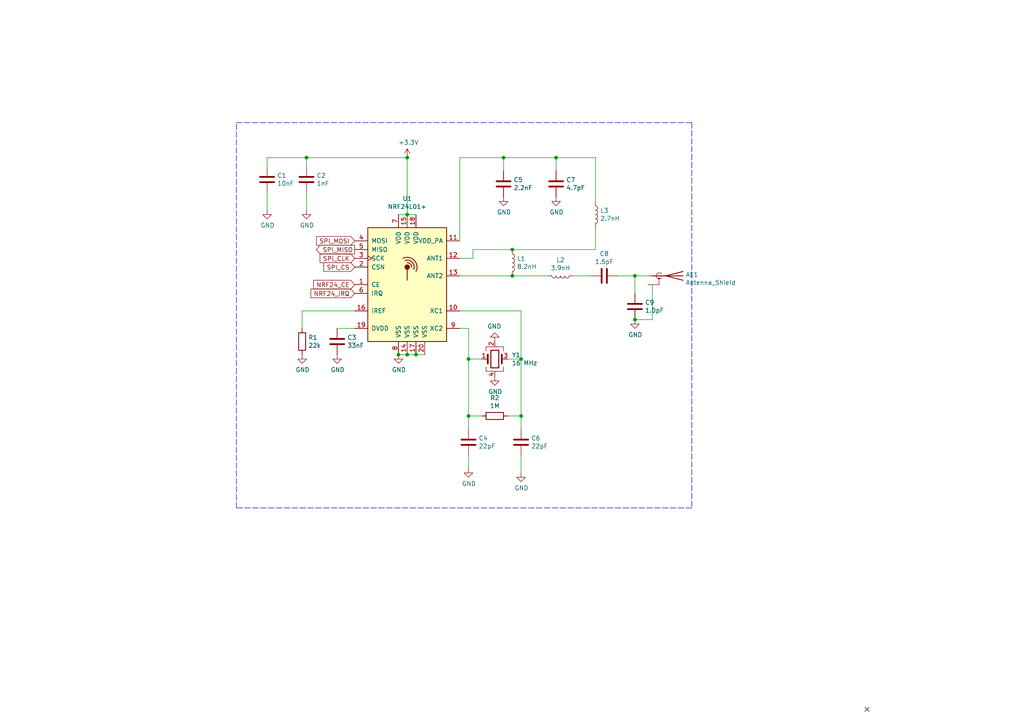
<source format=kicad_sch>
(kicad_sch (version 20211123) (generator eeschema)
  (paper "A4")
  (title_block (title "NRF2401+") (date "2021-07-07") (rev "1") (company "Miguel Lorenzo") (comment 1 "Primer intento en desarrollar una pcb") (comment 2 "https://datasheet.lcsc.com/szlcsc/Nordic-Semicon-NRF24L01P-R_C8791.pdf"))
  (lib_symbols
    (symbol "Connector:Conn_01x03_Female" (pin_names (offset 1.016) hide)
      (property "Reference" "J" (at 0 5.08 0))
      (property "Value" "Conn_01x03_Female" (at 0 -5.08 0))
      (symbol "Conn_01x03_Female_1_1"
        (pin passive line (at -5.08 2.54 0) (length 3.81) (name "Pin_1") (number "1"))
        (pin passive line (at -5.08 0 0) (length 3.81) (name "Pin_2") (number "2"))
        (pin passive line (at -5.08 -2.54 0) (length 3.81) (name "Pin_3") (number "3"))
      )
    )
    (symbol "Connector:Conn_01x04_Female" (pin_names (offset 1.016) hide)
      (property "Reference" "J" (at 0 5.08 0))
      (property "Value" "Conn_01x04_Female" (at 0 -7.62 0))
      (symbol "Conn_01x04_Female_1_1"
        (pin passive line (at -5.08 2.54 0) (length 3.81) (name "Pin_1") (number "1"))
        (pin passive line (at -5.08 0 0) (length 3.81) (name "Pin_2") (number "2"))
        (pin passive line (at -5.08 -2.54 0) (length 3.81) (name "Pin_3") (number "3"))
        (pin passive line (at -5.08 -5.08 0) (length 3.81) (name "Pin_4") (number "4"))
      )
    )
    (symbol "Connector:USB_B_Micro" (pin_names (offset 1.016))
      (property "Reference" "J" (at -5.08 11.43 0))
      (property "Value" "USB_B_Micro" (at -5.08 8.89 0))
      (symbol "USB_B_Micro_1_1"
        (pin power_out line (at 7.62 5.08 180) (length 2.54) (name "VBUS") (number "1"))
        (pin bidirectional line (at 7.62 -2.54 180) (length 2.54) (name "D-") (number "2"))
        (pin bidirectional line (at 7.62 0 180) (length 2.54) (name "D+") (number "3"))
        (pin passive line (at 7.62 -5.08 180) (length 2.54) (name "ID") (number "4"))
        (pin power_out line (at 0 -10.16 90) (length 2.54) (name "GND") (number "5"))
        (pin passive line (at -2.54 -10.16 90) (length 2.54) (name "Shield") (number "6"))
      )
    )
    (symbol "Connector_Generic:Conn_02x05_Odd_Even" (pin_names (offset 1.016) hide)
      (property "Reference" "J" (at 1.27 7.62 0))
      (property "Value" "Conn_02x05_Odd_Even" (at 1.27 -7.62 0))
      (symbol "Conn_02x05_Odd_Even_1_1"
        (pin passive line (at -5.08 5.08 0) (length 3.81) (name "Pin_1") (number "1"))
        (pin passive line (at 7.62 -5.08 180) (length 3.81) (name "Pin_10") (number "10"))
        (pin passive line (at 7.62 5.08 180) (length 3.81) (name "Pin_2") (number "2"))
        (pin passive line (at -5.08 2.54 0) (length 3.81) (name "Pin_3") (number "3"))
        (pin passive line (at 7.62 2.54 180) (length 3.81) (name "Pin_4") (number "4"))
        (pin passive line (at -5.08 0 0) (length 3.81) (name "Pin_5") (number "5"))
        (pin passive line (at 7.62 0 180) (length 3.81) (name "Pin_6") (number "6"))
        (pin passive line (at -5.08 -2.54 0) (length 3.81) (name "Pin_7") (number "7"))
        (pin passive line (at 7.62 -2.54 180) (length 3.81) (name "Pin_8") (number "8"))
        (pin passive line (at -5.08 -5.08 0) (length 3.81) (name "Pin_9") (number "9"))
      )
    )
    (symbol "Device:Antenna_Shield" (pin_numbers hide) (pin_names (offset 1.016) hide)
      (property "Reference" "AE" (at -1.905 4.445 0))
      (property "Value" "Antenna_Shield" (at -1.905 2.54 0))
      (symbol "Antenna_Shield_1_1"
        (pin input line (at 0 -5.08 90) (length 2.54) (name "A") (number "1"))
        (pin input line (at 2.54 -5.08 90) (length 2.54) (name "Shield") (number "2"))
      )
    )
    (symbol "Device:C" (pin_numbers hide) (pin_names (offset 0.254))
      (property "Reference" "C" (at 0.635 2.54 0))
      (property "Value" "C" (at 0.635 -2.54 0))
      (symbol "C_1_1"
        (pin passive line (at 0 3.81 270) (length 2.794) (name "~") (number "1"))
        (pin passive line (at 0 -3.81 90) (length 2.794) (name "~") (number "2"))
      )
    )
    (symbol "Device:Crystal_GND24" (pin_names (offset 1.016) hide)
      (property "Reference" "Y" (at 3.175 5.08 0))
      (property "Value" "Crystal_GND24" (at 3.175 3.175 0))
      (symbol "Crystal_GND24_1_1"
        (pin passive line (at -3.81 0 0) (length 1.27) (name "1") (number "1"))
        (pin passive line (at 0 5.08 270) (length 1.27) (name "2") (number "2"))
        (pin passive line (at 3.81 0 180) (length 1.27) (name "3") (number "3"))
        (pin passive line (at 0 -5.08 90) (length 1.27) (name "4") (number "4"))
      )
    )
    (symbol "Device:L" (pin_numbers hide) (pin_names (offset 1.016) hide)
      (property "Reference" "L" (at -1.27 0 90))
      (property "Value" "L" (at 1.905 0 90))
      (symbol "L_1_1"
        (pin passive line (at 0 3.81 270) (length 1.27) (name "1") (number "1"))
        (pin passive line (at 0 -3.81 90) (length 1.27) (name "2") (number "2"))
      )
    )
    (symbol "Device:LED" (pin_numbers hide) (pin_names (offset 1.016) hide)
      (property "Reference" "D" (at 0 2.54 0))
      (property "Value" "LED" (at 0 -2.54 0))
      (symbol "LED_1_1"
        (pin passive line (at -3.81 0 0) (length 2.54) (name "K") (number "1"))
        (pin passive line (at 3.81 0 180) (length 2.54) (name "A") (number "2"))
      )
    )
    (symbol "Device:R" (pin_numbers hide) (pin_names (offset 0))
      (property "Reference" "R" (at 2.032 0 90))
      (property "Value" "R" (at 0 0 90))
      (symbol "R_1_1"
        (pin passive line (at 0 3.81 270) (length 1.27) (name "~") (number "1"))
        (pin passive line (at 0 -3.81 90) (length 1.27) (name "~") (number "2"))
      )
    )
    (symbol "Interface_USB:CH330N"
      (property "Reference" "U" (at -7.62 6.35 0))
      (property "Value" "CH330N" (at 7.62 6.35 0))
      (symbol "CH330N_1_1"
        (pin bidirectional line (at -10.16 -2.54 0) (length 2.54) (name "UD+") (number "1"))
        (pin bidirectional line (at -10.16 -5.08 0) (length 2.54) (name "UD-") (number "2"))
        (pin power_in line (at 0 -10.16 90) (length 2.54) (name "GND") (number "3"))
        (pin output line (at 10.16 -5.08 180) (length 2.54) (name "~{RTS}") (number "4"))
        (pin power_in line (at 0 7.62 270) (length 2.54) (name "VCC") (number "5"))
        (pin output line (at 10.16 2.54 180) (length 2.54) (name "TXD") (number "6"))
        (pin input line (at 10.16 0 180) (length 2.54) (name "RXD") (number "7"))
        (pin passive line (at -10.16 2.54 0) (length 2.54) (name "V3") (number "8"))
      )
    )
    (symbol "Power_Protection:USBLC6-2SC6" (pin_names hide)
      (property "Reference" "U" (at 2.54 8.89 0))
      (property "Value" "USBLC6-2SC6" (at 2.54 -8.89 0))
      (symbol "USBLC6-2SC6_1_1"
        (pin passive line (at -10.16 -2.54 0) (length 2.54) (name "I/O1") (number "1"))
        (pin passive line (at 0 -10.16 90) (length 2.54) (name "GND") (number "2"))
        (pin passive line (at 10.16 -2.54 180) (length 2.54) (name "I/O2") (number "3"))
        (pin passive line (at 10.16 2.54 180) (length 2.54) (name "I/O2") (number "4"))
        (pin passive line (at 0 10.16 270) (length 2.54) (name "VBUS") (number "5"))
        (pin passive line (at -10.16 2.54 0) (length 2.54) (name "I/O1") (number "6"))
      )
    )
    (symbol "RF:nRF24L01P" (pin_names (offset 1.016))
      (property "Reference" "U" (at -11.43 17.78 0))
      (property "Value" "nRF24L01P" (at 5.08 17.78 0))
      (symbol "nRF24L01P_1_1"
        (pin input line (at -15.24 0 0) (length 3.81) (name "CE") (number "1"))
        (pin passive line (at 15.24 -7.62 180) (length 3.81) (name "XC1") (number "10"))
        (pin power_out line (at 15.24 12.7 180) (length 3.81) (name "VDD_PA") (number "11"))
        (pin passive line (at 15.24 7.62 180) (length 3.81) (name "ANT1") (number "12"))
        (pin passive line (at 15.24 2.54 180) (length 3.81) (name "ANT2") (number "13"))
        (pin power_in line (at 0 -20.32 90) (length 3.81) (name "VSS") (number "14"))
        (pin power_in line (at 0 20.32 270) (length 3.81) (name "VDD") (number "15"))
        (pin passive line (at -15.24 -7.62 0) (length 3.81) (name "IREF") (number "16"))
        (pin power_in line (at 2.54 -20.32 90) (length 3.81) (name "VSS") (number "17"))
        (pin power_in line (at 2.54 20.32 270) (length 3.81) (name "VDD") (number "18"))
        (pin power_out line (at -15.24 -12.7 0) (length 3.81) (name "DVDD") (number "19"))
        (pin input line (at -15.24 5.08 0) (length 3.81) (name "CSN") (number "2"))
        (pin power_in line (at 5.08 -20.32 90) (length 3.81) (name "VSS") (number "20"))
        (pin input clock (at -15.24 7.62 0) (length 3.81) (name "SCK") (number "3"))
        (pin input line (at -15.24 12.7 0) (length 3.81) (name "MOSI") (number "4"))
        (pin output line (at -15.24 10.16 0) (length 3.81) (name "MISO") (number "5"))
        (pin output line (at -15.24 -2.54 0) (length 3.81) (name "IRQ") (number "6"))
        (pin power_in line (at -2.54 20.32 270) (length 3.81) (name "VDD") (number "7"))
        (pin power_in line (at -2.54 -20.32 90) (length 3.81) (name "VSS") (number "8"))
        (pin passive line (at 15.24 -12.7 180) (length 3.81) (name "XC2") (number "9"))
      )
    )
    (symbol "Regulator_Linear:XC6206PxxxMR" (pin_names (offset 0.254))
      (property "Reference" "U" (at -3.81 3.175 0))
      (property "Value" "XC6206PxxxMR" (at 0 3.175 0))
      (symbol "XC6206PxxxMR_1_1"
        (pin power_in line (at 0 -7.62 90) (length 2.54) (name "GND") (number "1"))
        (pin power_out line (at 7.62 0 180) (length 2.54) (name "VO") (number "2"))
        (pin power_in line (at -7.62 0 0) (length 2.54) (name "VI") (number "3"))
      )
    )
    (symbol "Sensor_Motion:MPU-6050"
      (property "Reference" "U" (at -11.43 13.97 0))
      (property "Value" "MPU-6050" (at 7.62 -15.24 0))
      (symbol "MPU-6050_0_0"
        (text "" (at 12.7 -2.54 0) (effects (font (size 1.27 1.27))))
      )
      (symbol "MPU-6050_1_1"
        (pin input clock (at -17.78 -7.62 0) (length 5.08) (name "CLKIN") (number "1"))
        (pin passive line (at 17.78 -7.62 180) (length 5.08) (name "REGOUT") (number "10"))
        (pin input line (at -17.78 -5.08 0) (length 5.08) (name "FSYNC") (number "11"))
        (pin output line (at 17.78 7.62 180) (length 5.08) (name "INT") (number "12"))
        (pin power_in line (at 2.54 17.78 270) (length 3.81) (name "VDD") (number "13"))
        (pin no_connect line (at -12.7 -10.16 0) (length 2.54) hide (name "NC") (number "14"))
        (pin no_connect line (at 12.7 12.7 180) (length 2.54) hide (name "NC") (number "15"))
        (pin no_connect line (at 12.7 10.16 180) (length 2.54) hide (name "NC") (number "16"))
        (pin no_connect line (at 12.7 5.08 180) (length 2.54) hide (name "NC") (number "17"))
        (pin power_in line (at 0 -17.78 90) (length 3.81) (name "GND") (number "18"))
        (pin no_connect line (at 12.7 -10.16 180) (length 2.54) hide (name "NC") (number "19"))
        (pin no_connect line (at -12.7 12.7 0) (length 2.54) hide (name "NC") (number "2"))
        (pin passive line (at 17.78 -5.08 180) (length 5.08) (name "CPOUT") (number "20"))
        (pin no_connect line (at 12.7 -2.54 180) (length 2.54) hide (name "NC") (number "21"))
        (pin no_connect line (at 12.7 -12.7 180) (length 2.54) hide (name "NC") (number "22"))
        (pin input line (at -17.78 5.08 0) (length 5.08) (name "SCL") (number "23"))
        (pin bidirectional line (at -17.78 7.62 0) (length 5.08) (name "SDA") (number "24"))
        (pin no_connect line (at -12.7 10.16 0) (length 2.54) hide (name "NC") (number "3"))
        (pin no_connect line (at -12.7 0 0) (length 2.54) hide (name "NC") (number "4"))
        (pin no_connect line (at -12.7 -2.54 0) (length 2.54) hide (name "NC") (number "5"))
        (pin bidirectional line (at 17.78 2.54 180) (length 5.08) (name "AUX_SDA") (number "6"))
        (pin output clock (at 17.78 0 180) (length 5.08) (name "AUX_SCL") (number "7"))
        (pin power_in line (at -2.54 17.78 270) (length 3.81) (name "VDDIO") (number "8"))
        (pin input line (at -17.78 2.54 0) (length 5.08) (name "AD0") (number "9"))
      )
    )
    (symbol "Switch:SW_Push_Dual_x2" (pin_names (offset 1.016) hide)
      (property "Reference" "SW" (at 1.27 2.54 0))
      (property "Value" "SW_Push_Dual_x2" (at 0 -1.524 0))
      (symbol "SW_Push_Dual_x2_1_1"
        (pin passive line (at -5.08 0 0) (length 2.54) (name "C") (number "1"))
        (pin passive line (at 5.08 0 180) (length 2.54) (name "D") (number "2"))
      )
      (symbol "SW_Push_Dual_x2_2_1"
        (pin passive line (at -5.08 0 0) (length 2.54) (name "C") (number "3"))
        (pin passive line (at 5.08 0 180) (length 2.54) (name "D") (number "4"))
      )
    )
    (symbol "power:+3.3V" (power) (pin_names (offset 0))
      (property "Value" "+3.3V" (at 0 3.556 0))
      (symbol "+3.3V_1_1"
        (pin power_in line (at 0 0 90) (length 0) hide (name "+3.3V") (number "1"))
      )
    )
    (symbol "power:GND" (power) (pin_names (offset 0))
      (property "Value" "GND" (at 0 -3.81 0))
      (symbol "GND_1_1"
        (pin power_in line (at 0 0 270) (length 0) hide (name "GND") (number "1"))
      )
    )
    (symbol "transmisor-rescue:STM32G031F8Px-STM32G030_TSSOP-20" (pin_names (offset 1.016))
      (property "Reference" "U" (at 25.4 -7.62 0))
      (property "Value" "STM32G031F8Px-STM32G030_TSSOP-20" (at 45.72 -7.62 0))
      (symbol "STM32G031F8Px-STM32G030_TSSOP-20_1_1"
        (pin bidirectional line (at 13.97 -12.7 0) (length 2.54) (name "PB7_PB8") (number "1"))
        (pin bidirectional line (at 13.97 -58.42 0) (length 2.54) (name "PA3") (number "10"))
        (pin bidirectional line (at 59.69 -58.42 180) (length 2.54) (name "PA4") (number "11"))
        (pin bidirectional line (at 59.69 -53.34 180) (length 2.54) (name "PA5") (number "12"))
        (pin bidirectional line (at 59.69 -48.26 180) (length 2.54) (name "PA6") (number "13"))
        (pin bidirectional line (at 59.69 -43.18 180) (length 2.54) (name "PA7") (number "14"))
        (pin bidirectional line (at 59.69 -38.1 180) (length 2.54) (name "PB0_PB1_PB2_PA8") (number "15"))
        (pin bidirectional line (at 59.69 -33.02 180) (length 2.54) (name "PA11_PA9") (number "16"))
        (pin bidirectional line (at 59.69 -27.94 180) (length 2.54) (name "PA12_PA10") (number "17"))
        (pin bidirectional line (at 59.69 -22.86 180) (length 2.54) (name "PA13") (number "18"))
        (pin bidirectional line (at 59.69 -17.78 180) (length 2.54) (name "PA14_BOOT0_PA15") (number "19"))
        (pin bidirectional line (at 13.97 -17.78 0) (length 2.54) (name "PC14_OSC32_IN_PB9") (number "2"))
        (pin bidirectional line (at 59.69 -12.7 180) (length 2.54) (name "PB3_PB4_PB5_PB6") (number "20"))
        (pin bidirectional line (at 13.97 -22.86 0) (length 2.54) (name "PC15_OSC32_OUT") (number "3"))
        (pin input line (at 13.97 -27.94 0) (length 2.54) (name "VDD") (number "4"))
        (pin input line (at 13.97 -33.02 0) (length 2.54) (name "VSS") (number "5"))
        (pin bidirectional line (at 13.97 -38.1 0) (length 2.54) (name "PF2-NRST") (number "6"))
        (pin bidirectional line (at 13.97 -43.18 0) (length 2.54) (name "PA0") (number "7"))
        (pin bidirectional line (at 13.97 -48.26 0) (length 2.54) (name "PA1") (number "8"))
        (pin bidirectional line (at 13.97 -53.34 0) (length 2.54) (name "PA2") (number "9"))
      )
    )
  )
  (junction (at 190.5 265.43))
  (junction (at 148.59 80.01))
  (junction (at 204.47 288.29))
  (junction (at 135.89 120.65))
  (junction (at 176.53 321.31))
  (junction (at 82.55 220.98))
  (junction (at 191.77 289.56))
  (junction (at 184.15 80.01))
  (junction (at 163.83 241.3))
  (junction (at 148.59 72.39))
  (junction (at 66.04 299.72))
  (junction (at 163.83 236.22))
  (junction (at 118.11 62.23))
  (junction (at 24.13 220.98))
  (junction (at 71.12 220.98))
  (junction (at 120.65 102.87))
  (junction (at 118.11 102.87))
  (junction (at 151.13 104.14))
  (junction (at 52.07 292.1))
  (junction (at 184.15 92.71))
  (junction (at 52.07 299.72))
  (junction (at 36.83 220.98))
  (junction (at 196.85 289.56))
  (junction (at 135.89 104.14))
  (junction (at 88.9 45.72))
  (junction (at 146.05 45.72))
  (junction (at 161.29 45.72))
  (junction (at 115.57 102.87))
  (junction (at 118.11 45.72))
  (junction (at 66.04 292.1))
  (junction (at 151.13 120.65))
  (no_connect (at 176.53 323.85))
  (no_connect (at 251.46 205.74))
  (no_connect (at 180.34 238.76))
  (no_connect (at 212.09 308.61))
  (no_connect (at 167.64 238.76))
  (no_connect (at 180.34 236.22))
  (no_connect (at -25.4 261.62))
  (no_connect (at 54.61 255.27))
  (no_connect (at -15.24 256.54))
  (no_connect (at 212.09 313.69))
  (no_connect (at 212.09 316.23))
  (wire (pts (xy 52.07 299.72) (xy 52.07 307.34)))
  (wire (pts (xy 191.77 298.45) (xy 191.77 289.56)))
  (wire (pts (xy -7.62 241.3) (xy -7.62 251.46)))
  (wire (pts (xy 147.32 120.65) (xy 151.13 120.65)))
  (wire (pts (xy 50.8 220.98) (xy 36.83 220.98)))
  (wire (pts (xy 77.47 45.72) (xy 77.47 48.26)))
  (wire (pts (xy 88.9 45.72) (xy 77.47 45.72)))
  (wire (pts (xy 120.65 102.87) (xy 118.11 102.87)))
  (wire (pts (xy 24.13 220.98) (xy 36.83 220.98)))
  (wire (pts (xy 135.89 104.14) (xy 135.89 120.65)))
  (wire (pts (xy 185.42 265.43) (xy 190.5 265.43)))
  (wire (pts (xy 29.21 247.65) (xy 34.29 247.65)))
  (wire (pts (xy 147.32 104.14) (xy 151.13 104.14)))
  (wire (pts (xy 191.77 289.56) (xy 182.88 289.56)))
  (wire (pts (xy 184.15 92.71) (xy 189.23 92.71)))
  (wire (pts (xy 66.04 299.72) (xy 52.07 299.72)))
  (wire (pts (xy -12.7 254) (xy -12.7 266.7)))
  (wire (pts (xy 29.21 261.62) (xy 29.21 247.65)))
  (wire (pts (xy 167.64 233.68) (xy 163.83 233.68)))
  (wire (pts (xy 184.15 80.01) (xy 184.15 85.09)))
  (wire (pts (xy 20.32 271.78) (xy 1.27 271.78)))
  (wire (pts (xy 66.04 220.98) (xy 71.12 220.98)))
  (wire (pts (xy 161.29 49.53) (xy 161.29 45.72)))
  (wire (pts (xy 166.37 80.01) (xy 171.45 80.01)))
  (wire (pts (xy 43.18 332.74) (xy 46.99 332.74)))
  (polyline (pts (xy 7.62 237.49) (xy 7.62 212.09)))
  (wire (pts (xy 6.35 241.3) (xy 6.35 243.84)))
  (wire (pts (xy 87.63 95.25) (xy 87.63 90.17)))
  (wire (pts (xy 196.85 288.29) (xy 196.85 289.56)))
  (wire (pts (xy 20.32 255.27) (xy 20.32 271.78)))
  (wire (pts (xy 189.23 82.55) (xy 187.96 82.55)))
  (wire (pts (xy 82.55 220.98) (xy 93.98 220.98)))
  (wire (pts (xy 232.41 229.87) (xy 232.41 234.95)))
  (polyline (pts (xy 200.66 35.56) (xy 200.66 147.32)))
  (wire (pts (xy 137.16 74.93) (xy 137.16 72.39)))
  (wire (pts (xy 135.89 95.25) (xy 135.89 104.14)))
  (wire (pts (xy 135.89 124.46) (xy 135.89 120.65)))
  (wire (pts (xy 151.13 137.16) (xy 151.13 132.08)))
  (wire (pts (xy 120.65 62.23) (xy 118.11 62.23)))
  (wire (pts (xy 204.47 288.29) (xy 196.85 288.29)))
  (wire (pts (xy 161.29 45.72) (xy 172.72 45.72)))
  (wire (pts (xy 20.32 238.76) (xy 20.32 252.73)))
  (wire (pts (xy 52.07 285.75) (xy 52.07 292.1)))
  (wire (pts (xy 189.23 92.71) (xy 189.23 82.55)))
  (wire (pts (xy 167.64 236.22) (xy 163.83 236.22)))
  (wire (pts (xy 133.35 69.85) (xy 133.35 45.72)))
  (wire (pts (xy 163.83 233.68) (xy 163.83 236.22)))
  (wire (pts (xy 77.47 55.88) (xy 77.47 60.96)))
  (polyline (pts (xy 25.4 238.76) (xy 69.85 238.76)))
  (wire (pts (xy -12.7 266.7) (xy 6.35 266.7)))
  (wire (pts (xy 66.04 292.1) (xy 52.07 292.1)))
  (wire (pts (xy 172.72 45.72) (xy 172.72 58.42)))
  (wire (pts (xy 76.2 292.1) (xy 66.04 292.1)))
  (wire (pts (xy 78.74 294.64) (xy 76.2 294.64)))
  (polyline (pts (xy 198.12 219.71) (xy 198.12 250.19)))
  (wire (pts (xy 163.83 236.22) (xy 163.83 241.3)))
  (wire (pts (xy 118.11 62.23) (xy 118.11 45.72)))
  (wire (pts (xy 34.29 252.73) (xy 20.32 252.73)))
  (wire (pts (xy 222.25 229.87) (xy 219.71 229.87)))
  (wire (pts (xy 151.13 104.14) (xy 151.13 120.65)))
  (polyline (pts (xy 7.62 212.09) (xy 100.33 212.09)))
  (wire (pts (xy 118.11 102.87) (xy 115.57 102.87)))
  (polyline (pts (xy 200.66 147.32) (xy 68.58 147.32)))
  (wire (pts (xy 172.72 72.39) (xy 172.72 66.04)))
  (wire (pts (xy 176.53 321.31) (xy 168.91 321.31)))
  (wire (pts (xy -7.62 241.3) (xy 6.35 241.3)))
  (wire (pts (xy -7.62 251.46) (xy -15.24 251.46)))
  (wire (pts (xy 6.35 266.7) (xy 6.35 264.16)))
  (wire (pts (xy 148.59 80.01) (xy 158.75 80.01)))
  (wire (pts (xy 46.99 332.74) (xy 46.99 339.09)))
  (polyline (pts (xy 68.58 147.32) (xy 68.58 35.56)))
  (wire (pts (xy 212.09 321.31) (xy 226.06 321.31)))
  (wire (pts (xy 184.15 80.01) (xy 187.96 80.01)))
  (wire (pts (xy 20.32 238.76) (xy 1.27 238.76)))
  (wire (pts (xy 118.11 45.72) (xy 88.9 45.72)))
  (polyline (pts (xy 68.58 35.56) (xy 200.66 35.56)))
  (wire (pts (xy 133.35 45.72) (xy 146.05 45.72)))
  (wire (pts (xy 123.19 102.87) (xy 120.65 102.87)))
  (wire (pts (xy 196.85 289.56) (xy 196.85 298.45)))
  (wire (pts (xy 44.45 242.57) (xy 44.45 236.22)))
  (wire (pts (xy 176.53 313.69) (xy 176.53 321.31)))
  (wire (pts (xy 1.27 271.78) (xy 1.27 264.16)))
  (wire (pts (xy 151.13 120.65) (xy 151.13 124.46)))
  (wire (pts (xy 133.35 74.93) (xy 137.16 74.93)))
  (wire (pts (xy 135.89 95.25) (xy 133.35 95.25)))
  (polyline (pts (xy 157.48 250.19) (xy 157.48 219.71)))
  (wire (pts (xy 151.13 90.17) (xy 151.13 104.14)))
  (wire (pts (xy 20.32 255.27) (xy 34.29 255.27)))
  (wire (pts (xy 148.59 72.39) (xy 172.72 72.39)))
  (wire (pts (xy 133.35 90.17) (xy 151.13 90.17)))
  (wire (pts (xy 78.74 304.8) (xy 60.96 304.8)))
  (wire (pts (xy 118.11 62.23) (xy 115.57 62.23)))
  (wire (pts (xy 88.9 55.88) (xy 88.9 60.96)))
  (wire (pts (xy 133.35 80.01) (xy 148.59 80.01)))
  (wire (pts (xy 196.85 265.43) (xy 190.5 265.43)))
  (wire (pts (xy 76.2 294.64) (xy 76.2 292.1)))
  (wire (pts (xy 1.27 238.76) (xy 1.27 243.84)))
  (polyline (pts (xy 157.48 219.71) (xy 198.12 219.71)))
  (wire (pts (xy 139.7 120.65) (xy 135.89 120.65)))
  (polyline (pts (xy 198.12 250.19) (xy 157.48 250.19)))
  (wire (pts (xy 146.05 45.72) (xy 161.29 45.72)))
  (wire (pts (xy 78.74 299.72) (xy 66.04 299.72)))
  (wire (pts (xy 97.79 95.25) (xy 102.87 95.25)))
  (polyline (pts (xy 69.85 238.76) (xy 69.85 267.97)))
  (wire (pts (xy 191.77 289.56) (xy 196.85 289.56)))
  (wire (pts (xy 179.07 80.01) (xy 184.15 80.01)))
  (wire (pts (xy 87.63 90.17) (xy 102.87 90.17)))
  (wire (pts (xy 71.12 220.98) (xy 82.55 220.98)))
  (polyline (pts (xy 100.33 212.09) (xy 100.33 237.49)))
  (wire (pts (xy 137.16 72.39) (xy 148.59 72.39)))
  (wire (pts (xy 17.78 220.98) (xy 24.13 220.98)))
  (wire (pts (xy 139.7 104.14) (xy 135.89 104.14)))
  (wire (pts (xy 88.9 48.26) (xy 88.9 45.72)))
  (wire (pts (xy 167.64 241.3) (xy 163.83 241.3)))
  (wire (pts (xy 146.05 49.53) (xy 146.05 45.72)))
  (wire (pts (xy -15.24 254) (xy -12.7 254)))
  (wire (pts (xy 43.18 335.28) (xy 53.34 335.28)))
  (polyline (pts (xy 25.4 267.97) (xy 25.4 238.76)))
  (wire (pts (xy 135.89 135.89) (xy 135.89 132.08)))
  (polyline (pts (xy 69.85 267.97) (xy 25.4 267.97)))
  (polyline (pts (xy 100.33 237.49) (xy 7.62 237.49)))
  (text "conector SWD" (at 181.61 248.92 0) (effects (font (size 1.27 1.27)) (justify left bottom)))
  (text "regulador 5v a 3.3v\n" (at 10.16 214.63 0) (effects (font (size 1.27 1.27)) (justify left bottom)))
  (text "usb a uart" (at 58.42 266.7 0) (effects (font (size 1.27 1.27)) (justify left bottom)))
  (global_label "LED1" (shape output) (at 125.73 222.25 0) (property "Intersheet References" "${INTERSHEET_REFS}" (effects hide)))
  (global_label "SWD_IO" (shape bidirectional) (at 124.46 289.56 0) (property "Intersheet References" "${INTERSHEET_REFS}" (effects hide)))
  (global_label "TIM17_CH1" (shape input) (at 196.85 265.43 0) (property "Intersheet References" "${INTERSHEET_REFS}" (effects hide)))
  (global_label "UART2_TX" (shape bidirectional) (at 78.74 320.04 180) (property "Intersheet References" "${INTERSHEET_REFS}" (effects hide)))
  (global_label "TIM17_CH1" (shape input) (at 78.74 284.48 180) (property "Intersheet References" "${INTERSHEET_REFS}" (effects hide)))
  (global_label "5V" (shape input) (at 17.78 220.98 180) (property "Intersheet References" "${INTERSHEET_REFS}" (effects hide)))
  (global_label "5V" (shape input) (at -6.35 254 180) (property "Intersheet References" "${INTERSHEET_REFS}" (effects hide)))
  (global_label "NRF24_CE" (shape input) (at 124.46 299.72 0) (property "Intersheet References" "${INTERSHEET_REFS}" (effects hide)))
  (global_label "BOTON" (shape input) (at 212.09 229.87 180) (property "Intersheet References" "${INTERSHEET_REFS}" (effects hide)))
  (global_label "NRF24_IRQ" (shape input) (at 124.46 325.12 0) (property "Intersheet References" "${INTERSHEET_REFS}" (effects hide)))
  (global_label "RELAY_TRIG" (shape input) (at 78.74 314.96 180) (property "Intersheet References" "${INTERSHEET_REFS}" (effects hide)))
  (global_label "TIM2_CH1" (shape input) (at 177.8 262.89 0) (property "Intersheet References" "${INTERSHEET_REFS}" (effects hide)))
  (global_label "5V" (shape input) (at -15.24 246.38 0) (property "Intersheet References" "${INTERSHEET_REFS}" (effects hide)))
  (global_label "TIM2_CH1" (shape input) (at 78.74 309.88 180) (property "Intersheet References" "${INTERSHEET_REFS}" (effects hide)))
  (global_label "SPI_CS" (shape input) (at 124.46 304.8 0) (property "Intersheet References" "${INTERSHEET_REFS}" (effects hide)))
  (global_label "SWD_CLK" (shape bidirectional) (at 180.34 233.68 0) (property "Intersheet References" "${INTERSHEET_REFS}" (effects hide)))
  (global_label "I2C1_CLK" (shape input) (at 124.46 279.4 0) (property "Intersheet References" "${INTERSHEET_REFS}" (effects hide)))
  (global_label "UART2_RX" (shape bidirectional) (at 78.74 325.12 180) (property "Intersheet References" "${INTERSHEET_REFS}" (effects hide)))
  (global_label "UART2_RX" (shape bidirectional) (at 54.61 247.65 0) (property "Intersheet References" "${INTERSHEET_REFS}" (effects hide)))
  (global_label "SPI_MOSI" (shape input) (at 124.46 309.88 0) (property "Intersheet References" "${INTERSHEET_REFS}" (effects hide)))
  (global_label "UART2_TX" (shape bidirectional) (at 54.61 250.19 0) (property "Intersheet References" "${INTERSHEET_REFS}" (effects hide)))
  (global_label "SPI_CS" (shape input) (at 102.87 77.47 180) (property "Intersheet References" "${INTERSHEET_REFS}" (effects hide)))
  (global_label "SPI_MISO" (shape output) (at 124.46 314.96 0) (property "Intersheet References" "${INTERSHEET_REFS}" (effects hide)))
  (global_label "BOTON" (shape input) (at 78.74 289.56 180) (property "Intersheet References" "${INTERSHEET_REFS}" (effects hide)))
  (global_label "5V" (shape input) (at 53.34 335.28 0) (property "Intersheet References" "${INTERSHEET_REFS}" (effects hide)))
  (global_label "SWD_CLK" (shape bidirectional) (at 124.46 284.48 0) (property "Intersheet References" "${INTERSHEET_REFS}" (effects hide)))
  (global_label "5V" (shape input) (at 110.49 222.25 0) (property "Intersheet References" "${INTERSHEET_REFS}" (effects hide)))
  (global_label "NRF24_CE" (shape input) (at 102.87 82.55 180) (property "Intersheet References" "${INTERSHEET_REFS}" (effects hide)))
  (global_label "SPI_CLK" (shape input) (at 102.87 74.93 180) (property "Intersheet References" "${INTERSHEET_REFS}" (effects hide)))
  (global_label "I2C1_CLK" (shape input) (at 176.53 311.15 180) (property "Intersheet References" "${INTERSHEET_REFS}" (effects hide)))
  (global_label "SPI_MISO" (shape output) (at 102.87 72.39 180) (property "Intersheet References" "${INTERSHEET_REFS}" (effects hide)))
  (global_label "NRST" (shape input) (at 180.34 241.3 0) (property "Intersheet References" "${INTERSHEET_REFS}" (effects hide)))
  (global_label "SWD_IO" (shape bidirectional) (at 180.34 231.14 0) (property "Intersheet References" "${INTERSHEET_REFS}" (effects hide)))
  (global_label "I2C1_SDA" (shape input) (at 176.53 308.61 180) (property "Intersheet References" "${INTERSHEET_REFS}" (effects hide)))
  (global_label "SPI_MOSI" (shape input) (at 102.87 69.85 180) (property "Intersheet References" "${INTERSHEET_REFS}" (effects hide)))
  (global_label "RELAY_TRIG" (shape input) (at 43.18 330.2 0) (property "Intersheet References" "${INTERSHEET_REFS}" (effects hide)))
  (global_label "SPI_CLK" (shape input) (at 124.46 320.04 0) (property "Intersheet References" "${INTERSHEET_REFS}" (effects hide)))
  (global_label "NRF24_IRQ" (shape input) (at 102.87 85.09 180) (property "Intersheet References" "${INTERSHEET_REFS}" (effects hide)))
  (global_label "5V" (shape input) (at 177.8 260.35 0) (property "Intersheet References" "${INTERSHEET_REFS}" (effects hide)))
  (global_label "LED1" (shape output) (at 124.46 294.64 0) (property "Intersheet References" "${INTERSHEET_REFS}" (effects hide)))
  (global_label "NRST" (shape input) (at 60.96 304.8 180) (property "Intersheet References" "${INTERSHEET_REFS}" (effects hide)))
  (global_label "I2C1_SDA" (shape input) (at 78.74 279.4 180) (property "Intersheet References" "${INTERSHEET_REFS}" (effects hide)))
  (symbol (lib_id "RF:nRF24L01P") (at 118.11 82.55 0) (unit 1)
    (property "Reference" "U1" (at 118.11 57.6326 0))
    (property "Value" "NRF24L01+" (at 118.11 59.944 0))
    (property "Footprint" "Package_DFN_QFN:QFN-20-1EP_4x4mm_P0.5mm_EP2.5x2.5mm" (effects hide))
    (property "Datasheet" "https://datasheet.lcsc.com/szlcsc/Nordic-Semicon-NRF24L01P-R_C8791.pdf" (effects hide))
    (property "JLCPCB Part #" "C8791" (effects hide))
    (property "LCSC Part #" "C8791" (effects hide))
  )
  (symbol (lib_id "power:GND") (at 146.05 57.15 0) (unit 1)
    (property "Reference" "#PWR07" (effects hide))
    (property "Value" "GND" (at 146.177 61.5442 0))
  )
  (symbol (lib_id "power:GND") (at 161.29 57.15 0) (unit 1)
    (property "Reference" "#PWR09" (effects hide))
    (property "Value" "GND" (at 161.417 61.5442 0))
  )
  (symbol (lib_id "power:GND") (at 77.47 60.96 0) (unit 1)
    (property "Reference" "#PWR01" (effects hide))
    (property "Value" "GND" (at 77.597 65.3542 0))
  )
  (symbol (lib_id "power:GND") (at 88.9 60.96 0) (unit 1)
    (property "Reference" "#PWR03" (effects hide))
    (property "Value" "GND" (at 89.027 65.3542 0))
  )
  (symbol (lib_id "Device:L") (at 148.59 76.2 0) (unit 1)
    (property "Reference" "L1" (at 149.9362 75.0316 0) (effects (justify left)))
    (property "Value" "8.2nH" (at 149.9362 77.343 0) (effects (justify left)))
    (property "Footprint" "Inductor_SMD:L_0402_1005Metric" (effects hide))
    (property "JLCPCB Part #" "C16208" (effects hide))
    (property "LCSC Part #" "C16208" (effects hide))
  )
  (symbol (lib_id "Device:L") (at 172.72 62.23 0) (unit 1)
    (property "Reference" "L3" (at 174.0662 61.0616 0) (effects (justify left)))
    (property "Value" "2.7nH" (at 174.0662 63.373 0) (effects (justify left)))
    (property "Footprint" "Inductor_SMD:L_0402_1005Metric" (effects hide))
    (property "JLCPCB Part #" "C27123" (effects hide))
    (property "LCSC Part #" "C27123" (effects hide))
  )
  (symbol (lib_id "Device:L") (at 162.56 80.01 270) (unit 1)
    (property "Reference" "L2" (at 162.56 75.4126 90))
    (property "Value" "3.9nH" (at 162.56 77.724 90))
    (property "Footprint" "Inductor_SMD:L_0402_1005Metric" (effects hide))
    (property "JLCPCB Part #" "C14033" (effects hide))
    (property "LCSC Part #" "C14033" (effects hide))
  )
  (symbol (lib_id "Device:C") (at 146.05 53.34 0) (unit 1)
    (property "Reference" "C5" (at 148.971 52.1716 0) (effects (justify left)))
    (property "Value" "2.2nF" (at 148.971 54.483 0) (effects (justify left)))
    (property "Footprint" "Capacitor_SMD:C_0402_1005Metric" (effects hide))
    (property "JLCPCB Part #" "C1531" (effects hide))
    (property "LCSC Part #" "C1531" (effects hide))
  )
  (symbol (lib_id "Device:C") (at 161.29 53.34 0) (unit 1)
    (property "Reference" "C7" (at 164.211 52.1716 0) (effects (justify left)))
    (property "Value" "4.7pF" (at 164.211 54.483 0) (effects (justify left)))
    (property "Footprint" "Capacitor_SMD:C_0402_1005Metric" (effects hide))
    (property "JLCPCB Part #" "C1569" (effects hide))
    (property "LCSC Part #" "C1569" (effects hide))
  )
  (symbol (lib_id "Device:C") (at 135.89 128.27 0) (unit 1)
    (property "Reference" "C4" (at 138.811 127.1016 0) (effects (justify left)))
    (property "Value" "22pF" (at 138.811 129.413 0) (effects (justify left)))
    (property "Footprint" "Capacitor_SMD:C_0402_1005Metric" (effects hide))
    (property "JLCPCB Part #" "C1555" (effects hide))
    (property "LCSC Part #" "C1555" (effects hide))
  )
  (symbol (lib_id "Device:C") (at 151.13 128.27 0) (unit 1)
    (property "Reference" "C6" (at 154.051 127.1016 0) (effects (justify left)))
    (property "Value" "22pF" (at 154.051 129.413 0) (effects (justify left)))
    (property "Footprint" "Capacitor_SMD:C_0402_1005Metric" (effects hide))
    (property "JLCPCB Part #" "C1555" (effects hide))
    (property "LCSC Part #" "C1555" (effects hide))
  )
  (symbol (lib_id "Device:C") (at 175.26 80.01 270) (unit 1)
    (property "Reference" "C8" (at 175.26 73.6092 90))
    (property "Value" "1.5pF" (at 175.26 75.9206 90))
    (property "Footprint" "Capacitor_SMD:C_0402_1005Metric" (effects hide))
    (property "JLCPCB Part #" "C1552" (effects hide))
    (property "LCSC Part #" "C1552" (effects hide))
  )
  (symbol (lib_id "Device:C") (at 184.15 88.9 0) (unit 1)
    (property "Reference" "C9" (at 187.071 87.7316 0) (effects (justify left)))
    (property "Value" "1.0pF" (at 187.071 90.043 0) (effects (justify left)))
    (property "Footprint" "Capacitor_SMD:C_0402_1005Metric" (effects hide))
    (property "JLCPCB Part #" "C1550" (effects hide))
    (property "LCSC Part #" "C1550" (effects hide))
  )
  (symbol (lib_id "Device:C") (at 88.9 52.07 0) (unit 1)
    (property "Reference" "C2" (at 91.821 50.9016 0) (effects (justify left)))
    (property "Value" "1nF" (at 91.821 53.213 0) (effects (justify left)))
    (property "Footprint" "Capacitor_SMD:C_0402_1005Metric" (effects hide))
    (property "JLCPCB Part #" "C1523" (effects hide))
    (property "LCSC Part #" "C1523" (effects hide))
  )
  (symbol (lib_id "Device:C") (at 77.47 52.07 0) (unit 1)
    (property "Reference" "C1" (at 80.391 50.9016 0) (effects (justify left)))
    (property "Value" "10nF" (at 80.391 53.213 0) (effects (justify left)))
    (property "Footprint" "Capacitor_SMD:C_0402_1005Metric" (effects hide))
    (property "JLCPCB Part #" "C15195" (effects hide))
    (property "LCSC Part #" "C15195" (effects hide))
  )
  (symbol (lib_id "Device:R") (at 87.63 99.06 0) (unit 1)
    (property "Reference" "R1" (at 89.408 97.8916 0) (effects (justify left)))
    (property "Value" "22k" (at 89.408 100.203 0) (effects (justify left)))
    (property "Footprint" "Resistor_SMD:R_0402_1005Metric" (effects hide))
    (property "JLCPCB Part #" "C25768" (effects hide))
    (property "LCSC Part #" "C25768" (effects hide))
  )
  (symbol (lib_id "Device:R") (at 143.51 120.65 270) (unit 1)
    (property "Reference" "R2" (at 143.51 115.3922 90))
    (property "Value" "1M" (at 143.51 117.7036 90))
    (property "Footprint" "Resistor_SMD:R_0402_1005Metric" (effects hide))
    (property "JLCPCB Part #" "C26083" (effects hide))
    (property "LCSC Part #" "C26083" (effects hide))
  )
  (symbol (lib_id "power:GND") (at 135.89 135.89 0) (unit 1)
    (property "Reference" "#PWR06" (effects hide))
    (property "Value" "GND" (at 136.017 140.2842 0))
  )
  (symbol (lib_id "power:GND") (at 151.13 137.16 0) (unit 1)
    (property "Reference" "#PWR08" (effects hide))
    (property "Value" "GND" (at 151.257 141.5542 0))
  )
  (symbol (lib_id "Connector:USB_B_Micro") (at -22.86 251.46 0) (unit 1)
    (property "Reference" "J1" (at -21.4122 239.5982 0))
    (property "Value" "USB_B_Micro" (at -21.4122 241.9096 0))
    (property "Footprint" "Connector_USB:USB_Micro-B_Molex-105017-0001" (effects hide))
    (property "JLCPCB Part #" "C91146" (effects hide))
    (property "LCSC Part #" "C91146" (effects hide))
  )
  (symbol (lib_id "transmisor-rescue:STM32G031F8Px-STM32G030_TSSOP-20") (at 64.77 266.7 0) (unit 1)
    (property "Reference" "U4" (at 101.6 267.589 0))
    (property "Value" "STM32G031F8Px" (at 101.6 269.9004 0))
    (property "Footprint" "Package_SO:TSSOP-20_4.4x6.5mm_P0.65mm" (effects hide))
    (property "JLCPCB Part #" "C529334" (effects hide))
    (property "LCSC Part #" "C529334" (effects hide))
  )
  (symbol (lib_id "power:GND") (at 184.15 92.71 0) (unit 1)
    (property "Reference" "#PWR010" (effects hide))
    (property "Value" "GND" (at 184.277 97.1042 0))
  )
  (symbol (lib_id "Device:C") (at 97.79 99.06 0) (unit 1)
    (property "Reference" "C3" (at 100.711 97.8916 0) (effects (justify left)))
    (property "Value" "33nF" (at 100.711 100.203 0) (effects (justify left)))
    (property "Footprint" "Capacitor_SMD:C_0402_1005Metric" (effects hide))
    (property "JLCPCB Part #" "C1585" (effects hide))
    (property "LCSC Part #" "C1585" (effects hide))
  )
  (symbol (lib_id "power:GND") (at 97.79 102.87 0) (unit 1)
    (property "Reference" "#PWR04" (effects hide))
    (property "Value" "GND" (at 97.917 107.2642 0))
  )
  (symbol (lib_id "power:GND") (at 87.63 102.87 0) (unit 1)
    (property "Reference" "#PWR02" (effects hide))
    (property "Value" "GND" (at 87.757 107.2642 0))
  )
  (symbol (lib_id "power:GND") (at 115.57 102.87 0) (unit 1)
    (property "Reference" "#PWR05" (effects hide))
    (property "Value" "GND" (at 115.697 107.2642 0))
  )
  (symbol (lib_id "power:GND") (at 44.45 260.35 0) (unit 1)
    (property "Reference" "#PWR0103" (effects hide))
    (property "Value" "GND" (at 44.577 264.7442 0))
  )
  (symbol (lib_id "power:GND") (at -22.86 261.62 0) (unit 1)
    (property "Reference" "#PWR0104" (effects hide))
    (property "Value" "GND" (at -22.733 266.0142 0))
  )
  (symbol (lib_id "Interface_USB:CH330N") (at 44.45 250.19 0) (unit 1)
    (property "Reference" "U2" (at 44.45 237.9726 0))
    (property "Value" "CH330N" (at 44.45 240.284 0))
    (property "Footprint" "Package_SO:SOIC-8_3.9x4.9mm_P1.27mm" (effects hide))
    (property "Datasheet" "http://www.wch.cn/downloads/file/240.html" (effects hide))
    (property "JLCPCB Part #" "C108996" (effects hide))
    (property "LCSC Part #" "C108996" (effects hide))
  )
  (symbol (lib_id "Device:C") (at 52.07 295.91 0) (unit 1)
    (property "Reference" "C13" (at 54.991 294.7416 0) (effects (justify left)))
    (property "Value" "4.7uF" (at 54.991 297.053 0) (effects (justify left)))
    (property "Footprint" "Capacitor_SMD:C_0603_1608Metric" (effects hide))
    (property "JLCPCB Part #" "C19666" (effects hide))
    (property "LCSC Part #" "C19666" (effects hide))
  )
  (symbol (lib_id "Device:C") (at 66.04 295.91 0) (unit 1)
    (property "Reference" "C14" (at 68.961 294.7416 0) (effects (justify left)))
    (property "Value" "100nF" (at 68.961 297.053 0) (effects (justify left)))
    (property "Footprint" "Capacitor_SMD:C_0402_1005Metric" (effects hide))
    (property "JLCPCB Part #" "C1525" (effects hide))
    (property "LCSC Part #" "C1525" (effects hide))
  )
  (symbol (lib_id "Connector_Generic:Conn_02x05_Odd_Even") (at 172.72 236.22 0) (unit 1)
    (property "Reference" "J2" (at 173.99 225.6282 0))
    (property "Value" "Conn_02x05_Odd_Even" (at 173.99 227.9396 0))
    (property "Footprint" "Connector_PinHeader_1.27mm:PinHeader_2x05_P1.27mm_Vertical" (effects hide))
  )
  (symbol (lib_id "power:+3.3V") (at 167.64 231.14 0) (unit 1)
    (property "Reference" "#PWR0117" (effects hide))
    (property "Value" "+3.3V" (at 168.021 226.7458 0))
  )
  (symbol (lib_id "power:GND") (at 163.83 241.3 0) (unit 1)
    (property "Reference" "#PWR0118" (effects hide))
    (property "Value" "GND" (at 163.957 245.6942 0))
  )
  (symbol (lib_id "Device:C") (at 24.13 224.79 0) (unit 1)
    (property "Reference" "C10" (at 27.051 223.6216 0) (effects (justify left)))
    (property "Value" "10uF" (at 27.051 225.933 0) (effects (justify left)))
    (property "Footprint" "Capacitor_SMD:C_0603_1608Metric" (effects hide))
    (property "JLCPCB Part #" "C19702" (effects hide))
    (property "LCSC Part #" "C19702" (effects hide))
  )
  (symbol (lib_id "Device:Crystal_GND24") (at 143.51 104.14 0) (unit 1)
    (property "Reference" "Y1" (at 148.4376 102.9716 0) (effects (justify left)))
    (property "Value" "16 MHz" (at 148.4376 105.283 0) (effects (justify left)))
    (property "Footprint" "Crystal:Crystal_SMD_3225-4Pin_3.2x2.5mm" (effects hide))
    (property "JLCPCB Part #" "C13738" (effects hide))
    (property "LCSC Part #" "C13738" (effects hide))
  )
  (symbol (lib_id "Device:C") (at 36.83 224.79 0) (unit 1)
    (property "Reference" "C12" (at 39.751 223.6216 0) (effects (justify left)))
    (property "Value" "100nF" (at 39.751 225.933 0) (effects (justify left)))
    (property "Footprint" "Capacitor_SMD:C_0402_1005Metric" (effects hide))
    (property "JLCPCB Part #" "C1525" (effects hide))
    (property "LCSC Part #" "C1525" (effects hide))
  )
  (symbol (lib_id "Device:C") (at 29.21 265.43 0) (unit 1)
    (property "Reference" "C11" (at 32.131 264.2616 0) (effects (justify left)))
    (property "Value" "100nF" (at 32.131 266.573 0) (effects (justify left)))
    (property "Footprint" "Capacitor_SMD:C_0402_1005Metric" (effects hide))
    (property "JLCPCB Part #" "C1525" (effects hide))
    (property "LCSC Part #" "C1525" (effects hide))
  )
  (symbol (lib_id "power:GND") (at 29.21 269.24 0) (unit 1)
    (property "Reference" "#PWR0105" (effects hide))
    (property "Value" "GND" (at 29.337 273.6342 0))
  )
  (symbol (lib_id "power:GND") (at 143.51 109.22 0) (unit 1)
    (property "Reference" "#PWR0101" (effects hide))
    (property "Value" "GND" (at 143.637 113.6142 0))
  )
  (symbol (lib_id "power:GND") (at 143.51 99.06 180) (unit 1)
    (property "Reference" "#PWR0102" (effects hide))
    (property "Value" "GND" (at 143.383 94.6658 0))
  )
  (symbol (lib_id "power:GND") (at 24.13 228.6 0) (unit 1)
    (property "Reference" "#PWR0106" (effects hide))
    (property "Value" "GND" (at 24.257 232.9942 0))
  )
  (symbol (lib_id "power:GND") (at 36.83 228.6 0) (unit 1)
    (property "Reference" "#PWR0107" (effects hide))
    (property "Value" "GND" (at 36.957 232.9942 0))
  )
  (symbol (lib_id "Regulator_Linear:XC6206PxxxMR") (at 58.42 220.98 0) (unit 1)
    (property "Reference" "U3" (at 58.42 214.8332 0))
    (property "Value" "XC6206PxxxMR" (at 58.42 217.1446 0))
    (property "Footprint" "Package_TO_SOT_SMD:SOT-23" (effects hide))
    (property "Datasheet" "https://www.torexsemi.com/file/xc6206/XC6206.pdf" (effects hide))
    (property "JLCPCB Part #" "C5446" (effects hide))
    (property "LCSC Part #" "C5446" (effects hide))
  )
  (symbol (lib_id "power:GND") (at 58.42 228.6 0) (unit 1)
    (property "Reference" "#PWR0108" (effects hide))
    (property "Value" "GND" (at 58.547 232.9942 0))
  )
  (symbol (lib_id "Device:C") (at 71.12 224.79 0) (unit 1)
    (property "Reference" "C15" (at 74.041 223.6216 0) (effects (justify left)))
    (property "Value" "1uF" (at 74.041 225.933 0) (effects (justify left)))
    (property "Footprint" "Capacitor_SMD:C_0603_1608Metric" (effects hide))
    (property "JLCPCB Part #" "C15849" (effects hide))
    (property "LCSC Part #" "C15849" (effects hide))
  )
  (symbol (lib_id "Device:C") (at 82.55 224.79 0) (unit 1)
    (property "Reference" "C16" (at 85.471 223.6216 0) (effects (justify left)))
    (property "Value" "100nF" (at 85.471 225.933 0) (effects (justify left)))
    (property "Footprint" "Capacitor_SMD:C_0402_1005Metric" (effects hide))
    (property "JLCPCB Part #" "C1525" (effects hide))
    (property "LCSC Part #" "C1525" (effects hide))
  )
  (symbol (lib_id "power:GND") (at 71.12 228.6 0) (unit 1)
    (property "Reference" "#PWR0109" (effects hide))
    (property "Value" "GND" (at 71.247 232.9942 0))
  )
  (symbol (lib_id "power:GND") (at 82.55 228.6 0) (unit 1)
    (property "Reference" "#PWR0110" (effects hide))
    (property "Value" "GND" (at 82.677 232.9942 0))
  )
  (symbol (lib_id "power:+3.3V") (at 93.98 220.98 0) (unit 1)
    (property "Reference" "#PWR0111" (effects hide))
    (property "Value" "+3.3V" (at 94.361 216.5858 0))
  )
  (symbol (lib_id "power:+3.3V") (at 44.45 236.22 0) (unit 1)
    (property "Reference" "#PWR0112" (effects hide))
    (property "Value" "+3.3V" (at 44.831 231.8258 0))
  )
  (symbol (lib_id "Device:LED") (at 110.49 226.06 90) (unit 1)
    (property "Reference" "D1" (at 113.4872 225.0694 90) (effects (justify right)))
    (property "Value" "LED_g" (at 113.4872 227.3808 90) (effects (justify right)))
    (property "Footprint" "LED_SMD:LED_0603_1608Metric" (effects hide))
    (property "JLCPCB Part #" "C72043" (effects hide))
    (property "LCSC Part #" "C72043" (effects hide))
  )
  (symbol (lib_id "Device:R") (at 110.49 233.68 0) (unit 1)
    (property "Reference" "R3" (at 112.268 232.5116 0) (effects (justify left)))
    (property "Value" "2.2k" (at 112.268 234.823 0) (effects (justify left)))
    (property "Footprint" "Resistor_SMD:R_0402_1005Metric" (effects hide))
    (property "JLCPCB Part #" "C25879" (effects hide))
    (property "LCSC Part #" "C25879" (effects hide))
  )
  (symbol (lib_id "power:GND") (at 110.49 237.49 0) (unit 1)
    (property "Reference" "#PWR0113" (effects hide))
    (property "Value" "GND" (at 110.617 241.8842 0))
  )
  (symbol (lib_id "power:+3.3V") (at 52.07 285.75 0) (unit 1)
    (property "Reference" "#PWR0114" (effects hide))
    (property "Value" "+3.3V" (at 52.451 281.3558 0))
  )
  (symbol (lib_id "power:GND") (at 52.07 307.34 0) (unit 1)
    (property "Reference" "#PWR0115" (effects hide))
    (property "Value" "GND" (at 52.197 311.7342 0))
  )
  (symbol (lib_id "Device:LED") (at 125.73 233.68 90) (unit 1)
    (property "Reference" "D2" (at 128.7272 232.6894 90) (effects (justify right)))
    (property "Value" "LED_w" (at 128.7272 235.0008 90) (effects (justify right)))
    (property "Footprint" "LED_SMD:LED_0603_1608Metric" (effects hide))
    (property "JLCPCB Part #" "C2290" (effects hide))
    (property "LCSC Part #" "C2290" (effects hide))
  )
  (symbol (lib_id "Device:R") (at 125.73 226.06 0) (unit 1)
    (property "Reference" "R4" (at 127.508 224.8916 0) (effects (justify left)))
    (property "Value" "2.2k" (at 127.508 227.203 0) (effects (justify left)))
    (property "Footprint" "Resistor_SMD:R_0402_1005Metric" (effects hide))
    (property "JLCPCB Part #" "C25879" (effects hide))
    (property "LCSC Part #" "C25879" (effects hide))
  )
  (symbol (lib_id "power:GND") (at 125.73 237.49 0) (unit 1)
    (property "Reference" "#PWR0116" (effects hide))
    (property "Value" "GND" (at 125.857 241.8842 0))
  )
  (symbol (lib_id "Connector:Conn_01x03_Female") (at 38.1 332.74 180) (unit 1)
    (property "Reference" "J3" (at 40.8432 324.485 0))
    (property "Value" "Conn_01x03_Female" (at 40.8432 326.7964 0))
    (property "Footprint" "Connector_PinHeader_2.54mm:PinHeader_1x03_P2.54mm_Vertical" (effects hide))
  )
  (symbol (lib_id "power:GND") (at 46.99 339.09 0) (unit 1)
    (property "Reference" "#PWR0121" (effects hide))
    (property "Value" "GND" (at 47.117 343.4842 0))
  )
  (symbol (lib_id "power:GND") (at 177.8 267.97 0) (unit 1)
    (property "Reference" "#PWR0123" (effects hide))
    (property "Value" "GND" (at 177.927 272.3642 0))
  )
  (symbol (lib_id "Connector:Conn_01x04_Female") (at 172.72 265.43 180) (unit 1)
    (property "Reference" "J4" (at 175.4632 254.635 0))
    (property "Value" "Conn_01x04_Female" (at 175.4632 256.9464 0))
    (property "Footprint" "Connector_PinHeader_2.54mm:PinHeader_1x04_P2.54mm_Vertical" (effects hide))
  )
  (symbol (lib_id "Device:R") (at 215.9 229.87 270) (unit 1)
    (property "Reference" "R6" (at 217.0684 231.648 0) (effects (justify left)))
    (property "Value" "2.2k" (at 214.757 231.648 0) (effects (justify left)))
    (property "Footprint" "Resistor_SMD:R_0402_1005Metric" (effects hide))
    (property "JLCPCB Part #" "C25879" (effects hide))
    (property "LCSC Part #" "C25879" (effects hide))
  )
  (symbol (lib_id "power:GND") (at 232.41 234.95 0) (unit 1)
    (property "Reference" "#PWR0124" (effects hide))
    (property "Value" "GND" (at 232.537 239.3442 0))
  )
  (symbol (lib_id "power:GND") (at 194.31 334.01 0) (unit 1)
    (property "Reference" "#PWR0131" (effects hide))
    (property "Value" "GND" (at 194.437 338.4042 0))
  )
  (symbol (lib_id "Switch:SW_Push_Dual_x2") (at 227.33 229.87 0) (unit 1)
    (property "Reference" "SW1" (at 227.33 222.631 0))
    (property "Value" "SW_Push_Dual" (at 227.33 224.9424 0))
    (property "Footprint" "Button_Switch_THT:SW_PUSH_6mm_H9.5mm" (effects hide))
  )
  (symbol (lib_id "Power_Protection:USBLC6-2SC6") (at 3.81 254 90) (unit 1)
    (property "Reference" "U5" (at 15.0876 252.8316 90) (effects (justify right)))
    (property "Value" "USBLC6-2SC6" (at 15.24 254 90) (effects (justify right)))
    (property "Footprint" "Package_TO_SOT_SMD:SOT-23-6" (effects hide))
    (property "Datasheet" "https://www.st.com/resource/en/datasheet/usblc6-2.pdf" (effects hide))
    (property "JLCPCB Part #" "C7519" (effects hide))
    (property "LCSC Part #" "C7519" (effects hide))
  )
  (symbol (lib_id "power:GND") (at 13.97 254 0) (unit 1)
    (property "Reference" "#PWR0120" (effects hide))
    (property "Value" "GND" (at 14.097 258.3942 0))
  )
  (symbol (lib_id "Device:C") (at 60.96 308.61 0) (unit 1)
    (property "Reference" "C21" (at 63.881 307.4416 0) (effects (justify left)))
    (property "Value" "100nF" (effects hide))
    (property "Footprint" "Capacitor_SMD:C_0402_1005Metric" (effects hide))
    (property "JLCPCB Part #" "C1525" (effects hide))
    (property "LCSC Part #" "C1525" (effects hide))
  )
  (symbol (lib_id "power:GND") (at 60.96 312.42 0) (unit 1)
    (property "Reference" "#PWR0132" (effects hide))
    (property "Value" "GND" (at 61.087 316.8142 0))
  )
  (symbol (lib_id "Device:R") (at 190.5 269.24 180) (unit 1)
    (property "Reference" "R8" (at 188.722 270.4084 0) (effects (justify left)))
    (property "Value" "2.2k" (at 188.722 268.097 0) (effects (justify left)))
    (property "Footprint" "Resistor_SMD:R_0402_1005Metric" (effects hide))
    (property "JLCPCB Part #" "C25879" (effects hide))
    (property "LCSC Part #" "C25879" (effects hide))
  )
  (symbol (lib_id "Device:R") (at 181.61 265.43 270) (unit 1)
    (property "Reference" "R7" (at 182.7784 267.208 0) (effects (justify left)))
    (property "Value" "2.2k" (at 180.467 267.208 0) (effects (justify left)))
    (property "Footprint" "Resistor_SMD:R_0402_1005Metric" (effects hide))
    (property "JLCPCB Part #" "C25879" (effects hide))
    (property "LCSC Part #" "C25879" (effects hide))
  )
  (symbol (lib_id "power:GND") (at 190.5 273.05 0) (unit 1)
    (property "Reference" "#PWR0119" (effects hide))
    (property "Value" "GND" (at 190.627 277.4442 0))
  )
  (symbol (lib_id "Sensor_Motion:MPU-6050") (at 194.31 316.23 0) (unit 1)
    (property "Reference" "U6" (at 194.31 336.2706 0))
    (property "Value" "MPU-6050" (at 194.31 338.582 0))
    (property "Footprint" "Sensor_Motion:InvenSense_QFN-24_4x4mm_P0.5mm" (effects hide))
    (property "Datasheet" "https://store.invensense.com/datasheets/invensense/MPU-6050_DataSheet_V3%204.pdf" (effects hide))
    (property "JLCPCB Part #" "C24112" (effects hide))
    (property "LCSC Part #" "C24112" (effects hide))
  )
  (symbol (lib_id "Device:C") (at 226.06 325.12 0) (unit 1)
    (property "Reference" "C20" (at 228.981 323.9516 0) (effects (justify left)))
    (property "Value" "2.2nF" (at 228.981 326.263 0) (effects (justify left)))
    (property "Footprint" "Capacitor_SMD:C_0402_1005Metric" (effects hide))
    (property "JLCPCB Part #" "C1531" (effects hide))
    (property "LCSC Part #" "C1531" (effects hide))
  )
  (symbol (lib_id "Device:C") (at 182.88 293.37 0) (unit 1)
    (property "Reference" "C17" (at 185.801 292.2016 0) (effects (justify left)))
    (property "Value" "10nF" (at 185.801 294.513 0) (effects (justify left)))
    (property "Footprint" "Capacitor_SMD:C_0402_1005Metric" (effects hide))
    (property "JLCPCB Part #" "C15195" (effects hide))
    (property "LCSC Part #" "C15195" (effects hide))
  )
  (symbol (lib_id "Device:C") (at 212.09 327.66 0) (unit 1)
    (property "Reference" "C19" (at 215.011 326.4916 0) (effects (justify left)))
    (property "Value" "100nF" (at 215.011 328.803 0) (effects (justify left)))
    (property "Footprint" "Capacitor_SMD:C_0402_1005Metric" (effects hide))
    (property "JLCPCB Part #" "C1525" (effects hide))
    (property "LCSC Part #" "C1525" (effects hide))
  )
  (symbol (lib_id "power:GND") (at 226.06 328.93 0) (unit 1)
    (property "Reference" "#PWR0122" (effects hide))
    (property "Value" "GND" (at 226.187 333.3242 0))
  )
  (symbol (lib_id "Device:C") (at 204.47 292.1 0) (unit 1)
    (property "Reference" "C18" (at 207.391 290.9316 0) (effects (justify left)))
    (property "Value" "100nF" (at 207.391 293.243 0) (effects (justify left)))
    (property "Footprint" "Capacitor_SMD:C_0402_1005Metric" (effects hide))
    (property "JLCPCB Part #" "C1525" (effects hide))
    (property "LCSC Part #" "C1525" (effects hide))
  )
  (symbol (lib_id "power:GND") (at 204.47 295.91 0) (unit 1)
    (property "Reference" "#PWR0125" (effects hide))
    (property "Value" "GND" (at 204.597 300.3042 0))
  )
  (symbol (lib_id "power:GND") (at 182.88 297.18 0) (unit 1)
    (property "Reference" "#PWR0126" (effects hide))
    (property "Value" "GND" (at 183.007 301.5742 0))
  )
  (symbol (lib_id "power:GND") (at 212.09 331.47 0) (unit 1)
    (property "Reference" "#PWR0127" (effects hide))
    (property "Value" "GND" (at 212.217 335.8642 0))
  )
  (symbol (lib_id "power:+3.3V") (at 204.47 288.29 0) (unit 1)
    (property "Reference" "#PWR0128" (effects hide))
    (property "Value" "+3.3V" (at 204.851 283.8958 0))
  )
  (symbol (lib_id "power:GND") (at 168.91 321.31 0) (unit 1)
    (property "Reference" "#PWR0129" (effects hide))
    (property "Value" "GND" (at 169.037 325.7042 0))
  )
  (symbol (lib_id "Device:Antenna_Shield") (at 193.04 80.01 270) (unit 1)
    (property "Reference" "AE1" (at 198.882 79.6544 90) (effects (justify left)))
    (property "Value" "Antenna_Shield" (at 198.882 81.9658 90) (effects (justify left)))
    (property "Footprint" "Connector_Coaxial:SMA_Wurth_60312002114503_Vertical" (effects hide))
    (property "JLCPCB Part #" "C504007" (effects hide))
    (property "LCSC Part #" "C504007" (effects hide))
  )
  (symbol (lib_id "power:+3.3V") (at 118.11 45.72 0) (unit 1)
    (property "Reference" "#PWR0130" (effects hide))
    (property "Value" "+3.3V" (at 118.491 41.3258 0))
  )
)
</source>
